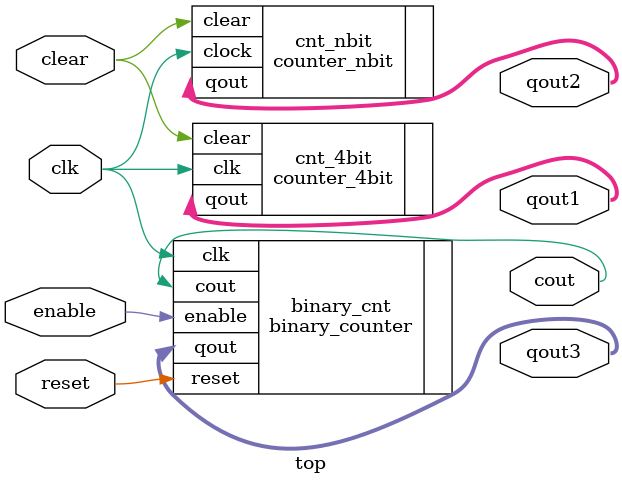
<source format=v>
module top(
    input wire clk,
    input wire enable,
    input wire reset,
    input wire clear,
    output wire cout,
    output wire [3:0] qout1,
    output wire [3:0] qout2,
    output wire [3:0] qout3
);

    // ÀÎ½ºÅÏ½ºÈ­ÇÑ counter_4bit ¸ðµâ
    counter_4bit cnt_4bit (
        .clk(clk),
        .clear(clear),
        .qout(qout1)
    );
    
    // ÀÎ½ºÅÏ½ºÈ­ÇÑ µÎ ¹øÂ° binary_counter ¸ðµâ
    counter_nbit #(.N(4)) cnt_nbit (
        .clock(clk),
        .clear(clear),
        .qout(qout2)
    );
    
        // ÀÎ½ºÅÏ½ºÈ­ÇÑ Ã¹ ¹øÂ° binary_counter ¸ðµâ
    binary_counter #(.N(4)) binary_cnt (
        .clk(clk),
        .enable(enable),
        .reset(reset),
        .cout(cout),
        .qout(qout3)
    );


endmodule

</source>
